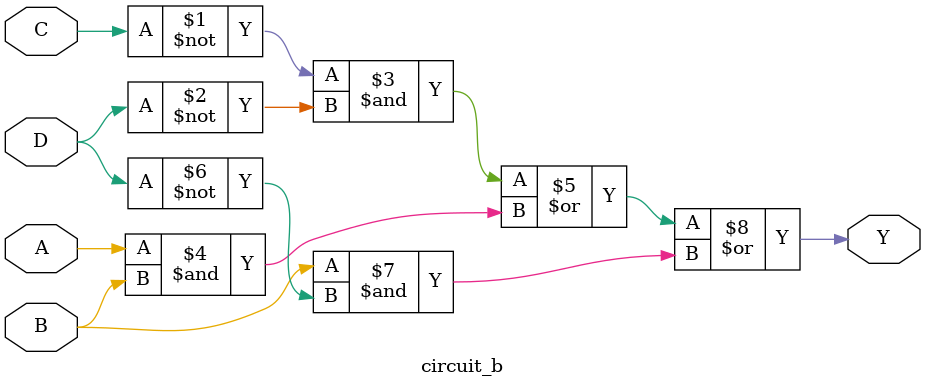
<source format=v>
module circuit_b(
    input A, B, C, D, // Declare inputs
    output Y // Declare Y output
);

    
    assign Y = ~C & ~D | A & B | B & ~D;
    // Enter logic equation here

endmodule

</source>
